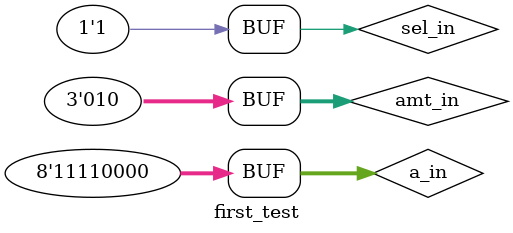
<source format=v>
`timescale 1ns / 1ps

module first_test;

	// Inputs
	reg [7:0] a_in;
	reg [2:0] amt_in;
	reg sel_in;

	// Outputs
	wire [7:0] out_out;

	// Instantiate the Unit Under Test (UUT)
	first_module uut (
		.a_in(a_in), 
		.amt_in(amt_in), 
		.sel_in(sel_in), 
		.out_out(out_out)
	);

	initial begin
		// test vector 1
		a_in = 'b11110000;
		amt_in = 2;
		sel_in = 0;
		#500;
		// test vector 2
		a_in = 'b11110000;
		amt_in = 2;
		sel_in = 1;
		#500;
	end
      
endmodule


</source>
